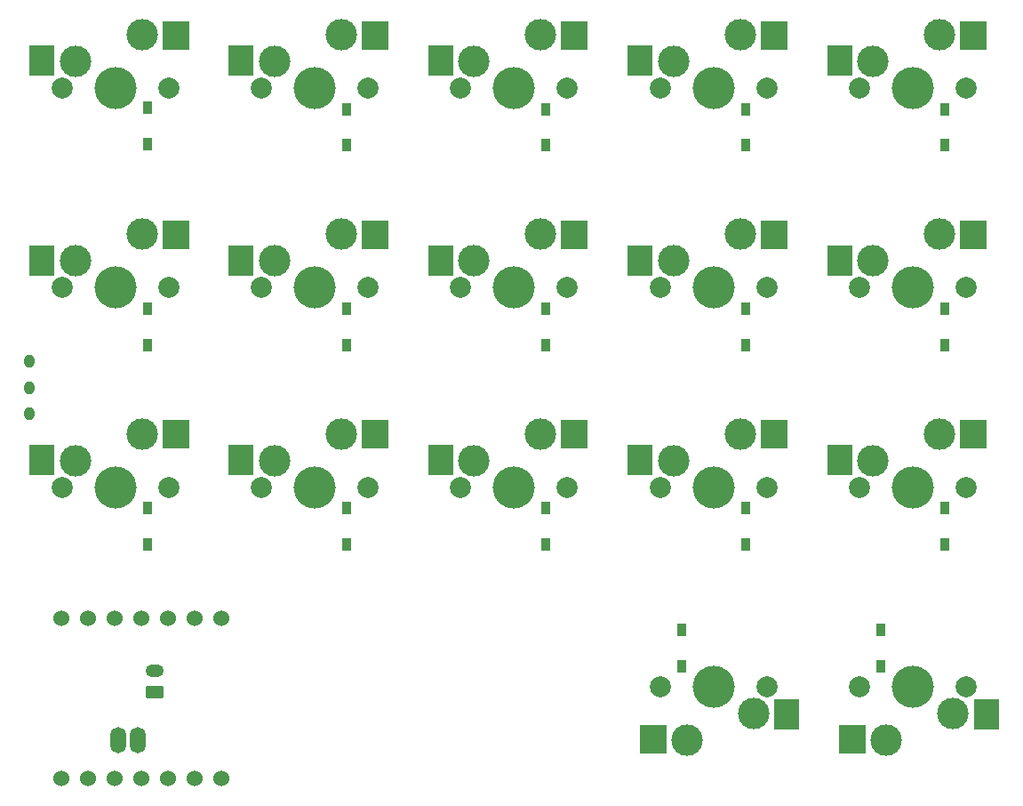
<source format=gbs>
G04 #@! TF.GenerationSoftware,KiCad,Pcbnew,7.0.5*
G04 #@! TF.CreationDate,2023-09-30T13:53:55+09:00*
G04 #@! TF.ProjectId,thorium_pcbl,74686f72-6975-46d5-9f70-63626c2e6b69,rev?*
G04 #@! TF.SameCoordinates,Original*
G04 #@! TF.FileFunction,Soldermask,Bot*
G04 #@! TF.FilePolarity,Negative*
%FSLAX46Y46*%
G04 Gerber Fmt 4.6, Leading zero omitted, Abs format (unit mm)*
G04 Created by KiCad (PCBNEW 7.0.5) date 2023-09-30 13:53:55*
%MOMM*%
%LPD*%
G01*
G04 APERTURE LIST*
G04 Aperture macros list*
%AMRoundRect*
0 Rectangle with rounded corners*
0 $1 Rounding radius*
0 $2 $3 $4 $5 $6 $7 $8 $9 X,Y pos of 4 corners*
0 Add a 4 corners polygon primitive as box body*
4,1,4,$2,$3,$4,$5,$6,$7,$8,$9,$2,$3,0*
0 Add four circle primitives for the rounded corners*
1,1,$1+$1,$2,$3*
1,1,$1+$1,$4,$5*
1,1,$1+$1,$6,$7*
1,1,$1+$1,$8,$9*
0 Add four rect primitives between the rounded corners*
20,1,$1+$1,$2,$3,$4,$5,0*
20,1,$1+$1,$4,$5,$6,$7,0*
20,1,$1+$1,$6,$7,$8,$9,0*
20,1,$1+$1,$8,$9,$2,$3,0*%
G04 Aperture macros list end*
%ADD10C,1.524000*%
%ADD11O,1.500000X2.500000*%
%ADD12R,0.950000X1.200000*%
%ADD13O,1.750000X1.200000*%
%ADD14RoundRect,0.250000X0.625000X-0.350000X0.625000X0.350000X-0.625000X0.350000X-0.625000X-0.350000X0*%
%ADD15C,2.000000*%
%ADD16C,3.000000*%
%ADD17C,4.000000*%
%ADD18R,2.400000X3.000000*%
%ADD19R,2.500000X2.800000*%
%ADD20O,1.000000X1.300000*%
G04 APERTURE END LIST*
D10*
X35380000Y-106240000D03*
X37920000Y-106240000D03*
X40460000Y-106240000D03*
X43000000Y-106240000D03*
X45540000Y-106240000D03*
X48080000Y-106240000D03*
X50620000Y-106240000D03*
X50620000Y-91000000D03*
X48080000Y-91000000D03*
X45540000Y-91000000D03*
X43000000Y-91000000D03*
X40460000Y-91000000D03*
X37920000Y-91000000D03*
X35380000Y-91000000D03*
D11*
X42683000Y-102565000D03*
X40778000Y-102565000D03*
D12*
X113450000Y-92053125D03*
X113450000Y-95503125D03*
D13*
X44250000Y-96000000D03*
D14*
X44250000Y-98000000D03*
D15*
X92420000Y-59500000D03*
D16*
X93690000Y-56960000D03*
D17*
X97500000Y-59500000D03*
D16*
X100040000Y-54420000D03*
D15*
X102580000Y-59500000D03*
D18*
X90500000Y-56920000D03*
D19*
X103250000Y-54480000D03*
D15*
X121580000Y-97500000D03*
D16*
X120310000Y-100040000D03*
D17*
X116500000Y-97500000D03*
D16*
X113960000Y-102580000D03*
D15*
X111420000Y-97500000D03*
D18*
X123500000Y-100080000D03*
D19*
X110750000Y-102520000D03*
D15*
X35420000Y-40500000D03*
D16*
X36690000Y-37960000D03*
D17*
X40500000Y-40500000D03*
D16*
X43040000Y-35420000D03*
D15*
X45580000Y-40500000D03*
D18*
X33500000Y-37920000D03*
D19*
X46250000Y-35480000D03*
D15*
X54420000Y-59500000D03*
D16*
X55690000Y-56960000D03*
D17*
X59500000Y-59500000D03*
D16*
X62040000Y-54420000D03*
D15*
X64580000Y-59500000D03*
D18*
X52500000Y-56920000D03*
D19*
X65250000Y-54480000D03*
D15*
X73420000Y-59500000D03*
D16*
X74690000Y-56960000D03*
D17*
X78500000Y-59500000D03*
D16*
X81040000Y-54420000D03*
D15*
X83580000Y-59500000D03*
D18*
X71500000Y-56920000D03*
D19*
X84250000Y-54480000D03*
D15*
X73420000Y-78500000D03*
D16*
X74690000Y-75960000D03*
D17*
X78500000Y-78500000D03*
D16*
X81040000Y-73420000D03*
D15*
X83580000Y-78500000D03*
D18*
X71500000Y-75920000D03*
D19*
X84250000Y-73480000D03*
D20*
X32350000Y-71500000D03*
X32350000Y-69000000D03*
X32350000Y-66500000D03*
D15*
X35420000Y-59500000D03*
D16*
X36690000Y-56960000D03*
D17*
X40500000Y-59500000D03*
D16*
X43040000Y-54420000D03*
D15*
X45580000Y-59500000D03*
D18*
X33500000Y-56920000D03*
D19*
X46250000Y-54480000D03*
D15*
X92420000Y-78500000D03*
D16*
X93690000Y-75960000D03*
D17*
X97500000Y-78500000D03*
D16*
X100040000Y-73420000D03*
D15*
X102580000Y-78500000D03*
D18*
X90500000Y-75920000D03*
D19*
X103250000Y-73480000D03*
D15*
X111420000Y-78500000D03*
D16*
X112690000Y-75960000D03*
D17*
X116500000Y-78500000D03*
D16*
X119040000Y-73420000D03*
D15*
X121580000Y-78500000D03*
D18*
X109500000Y-75920000D03*
D19*
X122250000Y-73480000D03*
D12*
X81550000Y-64946875D03*
X81550000Y-61496875D03*
D15*
X54420000Y-78500000D03*
D16*
X55690000Y-75960000D03*
D17*
X59500000Y-78500000D03*
D16*
X62040000Y-73420000D03*
D15*
X64580000Y-78500000D03*
D18*
X52500000Y-75920000D03*
D19*
X65250000Y-73480000D03*
D12*
X100550000Y-45946875D03*
X100550000Y-42496875D03*
X43550000Y-64946875D03*
X43550000Y-61496875D03*
X43550000Y-45833438D03*
X43550000Y-42383438D03*
X100550000Y-83946875D03*
X100550000Y-80496875D03*
X81550000Y-45946875D03*
X81550000Y-42496875D03*
X81550000Y-83946875D03*
X81550000Y-80496875D03*
X119550000Y-83946875D03*
X119550000Y-80496875D03*
D15*
X111420000Y-59500000D03*
D16*
X112690000Y-56960000D03*
D17*
X116500000Y-59500000D03*
D16*
X119040000Y-54420000D03*
D15*
X121580000Y-59500000D03*
D18*
X109500000Y-56920000D03*
D19*
X122250000Y-54480000D03*
D12*
X119550000Y-64946875D03*
X119550000Y-61496875D03*
X100550000Y-64946875D03*
X100550000Y-61496875D03*
X94450000Y-92053125D03*
X94450000Y-95503125D03*
X62550000Y-45946875D03*
X62550000Y-42496875D03*
D15*
X102580000Y-97500000D03*
D16*
X101310000Y-100040000D03*
D17*
X97500000Y-97500000D03*
D16*
X94960000Y-102580000D03*
D15*
X92420000Y-97500000D03*
D18*
X104500000Y-100080000D03*
D19*
X91750000Y-102520000D03*
D12*
X43550000Y-83946875D03*
X43550000Y-80496875D03*
X119550000Y-45946875D03*
X119550000Y-42496875D03*
X62550000Y-83946875D03*
X62550000Y-80496875D03*
D15*
X54420000Y-40500000D03*
D16*
X55690000Y-37960000D03*
D17*
X59500000Y-40500000D03*
D16*
X62040000Y-35420000D03*
D15*
X64580000Y-40500000D03*
D18*
X52500000Y-37920000D03*
D19*
X65250000Y-35480000D03*
D15*
X35420000Y-78500000D03*
D16*
X36690000Y-75960000D03*
D17*
X40500000Y-78500000D03*
D16*
X43040000Y-73420000D03*
D15*
X45580000Y-78500000D03*
D18*
X33500000Y-75920000D03*
D19*
X46250000Y-73480000D03*
D15*
X111420000Y-40500000D03*
D16*
X112690000Y-37960000D03*
D17*
X116500000Y-40500000D03*
D16*
X119040000Y-35420000D03*
D15*
X121580000Y-40500000D03*
D18*
X109500000Y-37920000D03*
D19*
X122250000Y-35480000D03*
D12*
X62550000Y-64946875D03*
X62550000Y-61496875D03*
D15*
X92420000Y-40500000D03*
D16*
X93690000Y-37960000D03*
D17*
X97500000Y-40500000D03*
D16*
X100040000Y-35420000D03*
D15*
X102580000Y-40500000D03*
D18*
X90500000Y-37920000D03*
D19*
X103250000Y-35480000D03*
D15*
X73420000Y-40500000D03*
D16*
X74690000Y-37960000D03*
D17*
X78500000Y-40500000D03*
D16*
X81040000Y-35420000D03*
D15*
X83580000Y-40500000D03*
D18*
X71500000Y-37920000D03*
D19*
X84250000Y-35480000D03*
M02*

</source>
